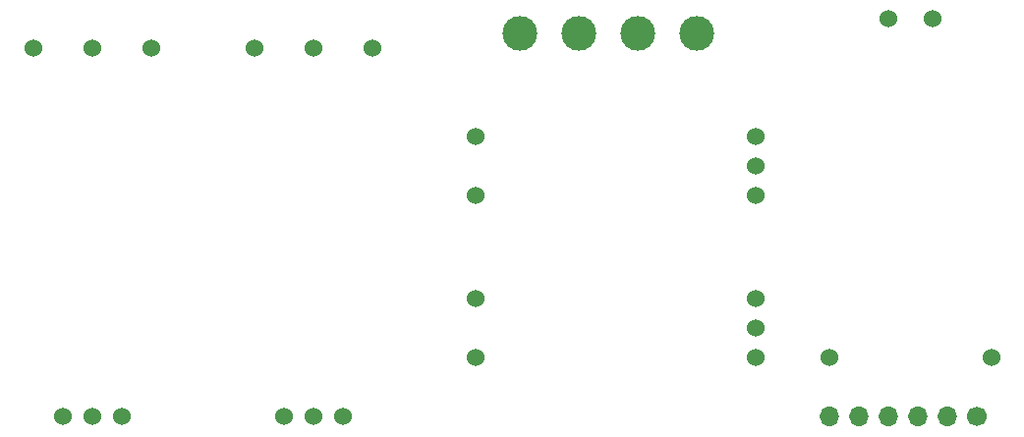
<source format=gbr>
G04 #@! TF.FileFunction,Copper,L1,Top,Signal*
%FSLAX46Y46*%
G04 Gerber Fmt 4.6, Leading zero omitted, Abs format (unit mm)*
G04 Created by KiCad (PCBNEW 4.0.6) date Fri Aug 11 16:17:47 2017*
%MOMM*%
%LPD*%
G01*
G04 APERTURE LIST*
%ADD10C,0.300000*%
%ADD11C,1.524000*%
%ADD12C,3.000000*%
%ADD13C,1.700000*%
%ADD14O,1.700000X1.700000*%
G04 APERTURE END LIST*
D10*
D11*
X177800000Y-97790000D03*
X175260000Y-97790000D03*
X172720000Y-97790000D03*
X180340000Y-66040000D03*
X175260000Y-66040000D03*
X170180000Y-66040000D03*
X228600000Y-63500000D03*
X224790000Y-63500000D03*
X233680000Y-92710000D03*
X219710000Y-92710000D03*
D12*
X203200000Y-64770000D03*
X198120000Y-64770000D03*
X208280000Y-64770000D03*
X193040000Y-64770000D03*
D13*
X232410000Y-97790000D03*
D14*
X229870000Y-97790000D03*
X227330000Y-97790000D03*
X224790000Y-97790000D03*
X222250000Y-97790000D03*
X219710000Y-97790000D03*
D11*
X213360000Y-87630000D03*
X213360000Y-90170000D03*
X213360000Y-92710000D03*
X189230000Y-87630000D03*
X189230000Y-92710000D03*
X213360000Y-73660000D03*
X213360000Y-76200000D03*
X213360000Y-78740000D03*
X189230000Y-73660000D03*
X189230000Y-78740000D03*
X158750000Y-97790000D03*
X156210000Y-97790000D03*
X153670000Y-97790000D03*
X161290000Y-66040000D03*
X156210000Y-66040000D03*
X151130000Y-66040000D03*
M02*

</source>
